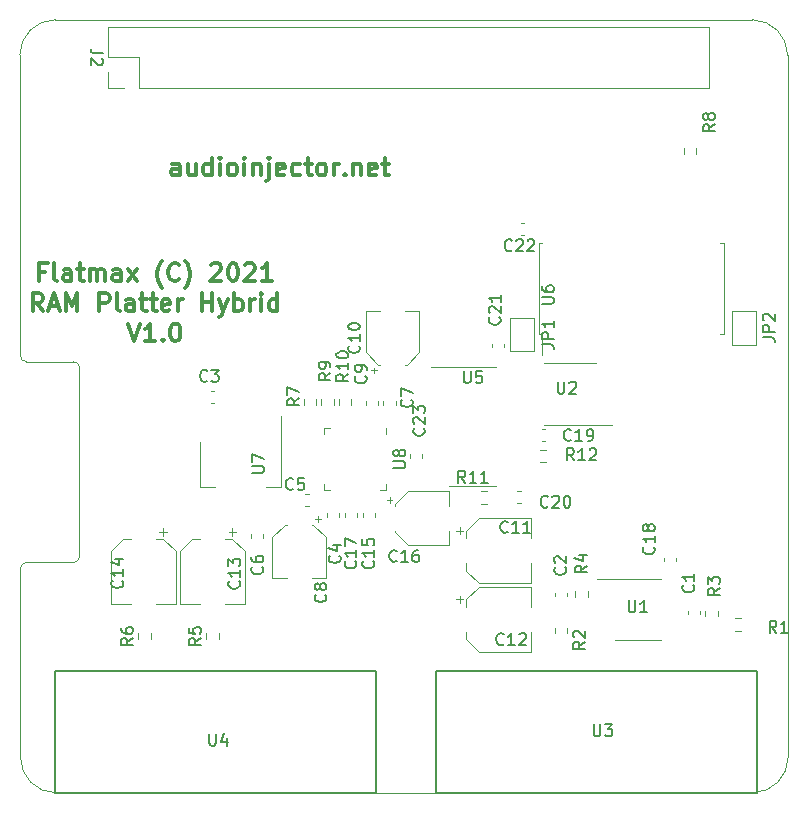
<source format=gto>
G04 #@! TF.GenerationSoftware,KiCad,Pcbnew,5.1.9+dfsg1-1*
G04 #@! TF.CreationDate,2021-11-16T15:54:50+11:00*
G04 #@! TF.ProjectId,RAMPlatterHybrid,52414d50-6c61-4747-9465-724879627269,rev?*
G04 #@! TF.SameCoordinates,Original*
G04 #@! TF.FileFunction,Legend,Top*
G04 #@! TF.FilePolarity,Positive*
%FSLAX45Y45*%
G04 Gerber Fmt 4.5, Leading zero omitted, Abs format (unit mm)*
G04 Created by KiCad (PCBNEW 5.1.9+dfsg1-1) date 2021-11-16 15:54:50*
%MOMM*%
%LPD*%
G01*
G04 APERTURE LIST*
%ADD10C,0.300000*%
G04 #@! TA.AperFunction,Profile*
%ADD11C,0.100000*%
G04 #@! TD*
%ADD12C,0.150000*%
%ADD13C,0.120000*%
G04 APERTURE END LIST*
D10*
X21347143Y-9772857D02*
X21347143Y-9694286D01*
X21340000Y-9680000D01*
X21325714Y-9672857D01*
X21297143Y-9672857D01*
X21282857Y-9680000D01*
X21347143Y-9765714D02*
X21332857Y-9772857D01*
X21297143Y-9772857D01*
X21282857Y-9765714D01*
X21275714Y-9751429D01*
X21275714Y-9737143D01*
X21282857Y-9722857D01*
X21297143Y-9715714D01*
X21332857Y-9715714D01*
X21347143Y-9708571D01*
X21482857Y-9672857D02*
X21482857Y-9772857D01*
X21418571Y-9672857D02*
X21418571Y-9751429D01*
X21425714Y-9765714D01*
X21440000Y-9772857D01*
X21461429Y-9772857D01*
X21475714Y-9765714D01*
X21482857Y-9758571D01*
X21618571Y-9772857D02*
X21618571Y-9622857D01*
X21618571Y-9765714D02*
X21604286Y-9772857D01*
X21575714Y-9772857D01*
X21561429Y-9765714D01*
X21554286Y-9758571D01*
X21547143Y-9744286D01*
X21547143Y-9701429D01*
X21554286Y-9687143D01*
X21561429Y-9680000D01*
X21575714Y-9672857D01*
X21604286Y-9672857D01*
X21618571Y-9680000D01*
X21690000Y-9772857D02*
X21690000Y-9672857D01*
X21690000Y-9622857D02*
X21682857Y-9630000D01*
X21690000Y-9637143D01*
X21697143Y-9630000D01*
X21690000Y-9622857D01*
X21690000Y-9637143D01*
X21782857Y-9772857D02*
X21768571Y-9765714D01*
X21761429Y-9758571D01*
X21754286Y-9744286D01*
X21754286Y-9701429D01*
X21761429Y-9687143D01*
X21768571Y-9680000D01*
X21782857Y-9672857D01*
X21804286Y-9672857D01*
X21818571Y-9680000D01*
X21825714Y-9687143D01*
X21832857Y-9701429D01*
X21832857Y-9744286D01*
X21825714Y-9758571D01*
X21818571Y-9765714D01*
X21804286Y-9772857D01*
X21782857Y-9772857D01*
X21897143Y-9772857D02*
X21897143Y-9672857D01*
X21897143Y-9622857D02*
X21890000Y-9630000D01*
X21897143Y-9637143D01*
X21904286Y-9630000D01*
X21897143Y-9622857D01*
X21897143Y-9637143D01*
X21968571Y-9672857D02*
X21968571Y-9772857D01*
X21968571Y-9687143D02*
X21975714Y-9680000D01*
X21990000Y-9672857D01*
X22011429Y-9672857D01*
X22025714Y-9680000D01*
X22032857Y-9694286D01*
X22032857Y-9772857D01*
X22104286Y-9672857D02*
X22104286Y-9801429D01*
X22097143Y-9815714D01*
X22082857Y-9822857D01*
X22075714Y-9822857D01*
X22104286Y-9622857D02*
X22097143Y-9630000D01*
X22104286Y-9637143D01*
X22111429Y-9630000D01*
X22104286Y-9622857D01*
X22104286Y-9637143D01*
X22232857Y-9765714D02*
X22218571Y-9772857D01*
X22190000Y-9772857D01*
X22175714Y-9765714D01*
X22168571Y-9751429D01*
X22168571Y-9694286D01*
X22175714Y-9680000D01*
X22190000Y-9672857D01*
X22218571Y-9672857D01*
X22232857Y-9680000D01*
X22240000Y-9694286D01*
X22240000Y-9708571D01*
X22168571Y-9722857D01*
X22368571Y-9765714D02*
X22354286Y-9772857D01*
X22325714Y-9772857D01*
X22311429Y-9765714D01*
X22304286Y-9758571D01*
X22297143Y-9744286D01*
X22297143Y-9701429D01*
X22304286Y-9687143D01*
X22311429Y-9680000D01*
X22325714Y-9672857D01*
X22354286Y-9672857D01*
X22368571Y-9680000D01*
X22411428Y-9672857D02*
X22468571Y-9672857D01*
X22432857Y-9622857D02*
X22432857Y-9751429D01*
X22440000Y-9765714D01*
X22454286Y-9772857D01*
X22468571Y-9772857D01*
X22540000Y-9772857D02*
X22525714Y-9765714D01*
X22518571Y-9758571D01*
X22511428Y-9744286D01*
X22511428Y-9701429D01*
X22518571Y-9687143D01*
X22525714Y-9680000D01*
X22540000Y-9672857D01*
X22561428Y-9672857D01*
X22575714Y-9680000D01*
X22582857Y-9687143D01*
X22590000Y-9701429D01*
X22590000Y-9744286D01*
X22582857Y-9758571D01*
X22575714Y-9765714D01*
X22561428Y-9772857D01*
X22540000Y-9772857D01*
X22654286Y-9772857D02*
X22654286Y-9672857D01*
X22654286Y-9701429D02*
X22661428Y-9687143D01*
X22668571Y-9680000D01*
X22682857Y-9672857D01*
X22697143Y-9672857D01*
X22747143Y-9758571D02*
X22754286Y-9765714D01*
X22747143Y-9772857D01*
X22740000Y-9765714D01*
X22747143Y-9758571D01*
X22747143Y-9772857D01*
X22818571Y-9672857D02*
X22818571Y-9772857D01*
X22818571Y-9687143D02*
X22825714Y-9680000D01*
X22840000Y-9672857D01*
X22861428Y-9672857D01*
X22875714Y-9680000D01*
X22882857Y-9694286D01*
X22882857Y-9772857D01*
X23011428Y-9765714D02*
X22997143Y-9772857D01*
X22968571Y-9772857D01*
X22954286Y-9765714D01*
X22947143Y-9751429D01*
X22947143Y-9694286D01*
X22954286Y-9680000D01*
X22968571Y-9672857D01*
X22997143Y-9672857D01*
X23011428Y-9680000D01*
X23018571Y-9694286D01*
X23018571Y-9708571D01*
X22947143Y-9722857D01*
X23061428Y-9672857D02*
X23118571Y-9672857D01*
X23082857Y-9622857D02*
X23082857Y-9751429D01*
X23090000Y-9765714D01*
X23104286Y-9772857D01*
X23118571Y-9772857D01*
X20207857Y-10589286D02*
X20157857Y-10589286D01*
X20157857Y-10667857D02*
X20157857Y-10517857D01*
X20229286Y-10517857D01*
X20307857Y-10667857D02*
X20293571Y-10660714D01*
X20286429Y-10646429D01*
X20286429Y-10517857D01*
X20429286Y-10667857D02*
X20429286Y-10589286D01*
X20422143Y-10575000D01*
X20407857Y-10567857D01*
X20379286Y-10567857D01*
X20365000Y-10575000D01*
X20429286Y-10660714D02*
X20415000Y-10667857D01*
X20379286Y-10667857D01*
X20365000Y-10660714D01*
X20357857Y-10646429D01*
X20357857Y-10632143D01*
X20365000Y-10617857D01*
X20379286Y-10610714D01*
X20415000Y-10610714D01*
X20429286Y-10603571D01*
X20479286Y-10567857D02*
X20536429Y-10567857D01*
X20500714Y-10517857D02*
X20500714Y-10646429D01*
X20507857Y-10660714D01*
X20522143Y-10667857D01*
X20536429Y-10667857D01*
X20586429Y-10667857D02*
X20586429Y-10567857D01*
X20586429Y-10582143D02*
X20593571Y-10575000D01*
X20607857Y-10567857D01*
X20629286Y-10567857D01*
X20643571Y-10575000D01*
X20650714Y-10589286D01*
X20650714Y-10667857D01*
X20650714Y-10589286D02*
X20657857Y-10575000D01*
X20672143Y-10567857D01*
X20693571Y-10567857D01*
X20707857Y-10575000D01*
X20715000Y-10589286D01*
X20715000Y-10667857D01*
X20850714Y-10667857D02*
X20850714Y-10589286D01*
X20843571Y-10575000D01*
X20829286Y-10567857D01*
X20800714Y-10567857D01*
X20786429Y-10575000D01*
X20850714Y-10660714D02*
X20836429Y-10667857D01*
X20800714Y-10667857D01*
X20786429Y-10660714D01*
X20779286Y-10646429D01*
X20779286Y-10632143D01*
X20786429Y-10617857D01*
X20800714Y-10610714D01*
X20836429Y-10610714D01*
X20850714Y-10603571D01*
X20907857Y-10667857D02*
X20986429Y-10567857D01*
X20907857Y-10567857D02*
X20986429Y-10667857D01*
X21200714Y-10725000D02*
X21193571Y-10717857D01*
X21179286Y-10696429D01*
X21172143Y-10682143D01*
X21165000Y-10660714D01*
X21157857Y-10625000D01*
X21157857Y-10596429D01*
X21165000Y-10560714D01*
X21172143Y-10539286D01*
X21179286Y-10525000D01*
X21193571Y-10503571D01*
X21200714Y-10496429D01*
X21343571Y-10653571D02*
X21336429Y-10660714D01*
X21315000Y-10667857D01*
X21300714Y-10667857D01*
X21279286Y-10660714D01*
X21265000Y-10646429D01*
X21257857Y-10632143D01*
X21250714Y-10603571D01*
X21250714Y-10582143D01*
X21257857Y-10553571D01*
X21265000Y-10539286D01*
X21279286Y-10525000D01*
X21300714Y-10517857D01*
X21315000Y-10517857D01*
X21336429Y-10525000D01*
X21343571Y-10532143D01*
X21393571Y-10725000D02*
X21400714Y-10717857D01*
X21415000Y-10696429D01*
X21422143Y-10682143D01*
X21429286Y-10660714D01*
X21436429Y-10625000D01*
X21436429Y-10596429D01*
X21429286Y-10560714D01*
X21422143Y-10539286D01*
X21415000Y-10525000D01*
X21400714Y-10503571D01*
X21393571Y-10496429D01*
X21615000Y-10532143D02*
X21622143Y-10525000D01*
X21636429Y-10517857D01*
X21672143Y-10517857D01*
X21686429Y-10525000D01*
X21693571Y-10532143D01*
X21700714Y-10546429D01*
X21700714Y-10560714D01*
X21693571Y-10582143D01*
X21607857Y-10667857D01*
X21700714Y-10667857D01*
X21793571Y-10517857D02*
X21807857Y-10517857D01*
X21822143Y-10525000D01*
X21829286Y-10532143D01*
X21836429Y-10546429D01*
X21843571Y-10575000D01*
X21843571Y-10610714D01*
X21836429Y-10639286D01*
X21829286Y-10653571D01*
X21822143Y-10660714D01*
X21807857Y-10667857D01*
X21793571Y-10667857D01*
X21779286Y-10660714D01*
X21772143Y-10653571D01*
X21765000Y-10639286D01*
X21757857Y-10610714D01*
X21757857Y-10575000D01*
X21765000Y-10546429D01*
X21772143Y-10532143D01*
X21779286Y-10525000D01*
X21793571Y-10517857D01*
X21900714Y-10532143D02*
X21907857Y-10525000D01*
X21922143Y-10517857D01*
X21957857Y-10517857D01*
X21972143Y-10525000D01*
X21979286Y-10532143D01*
X21986429Y-10546429D01*
X21986429Y-10560714D01*
X21979286Y-10582143D01*
X21893571Y-10667857D01*
X21986429Y-10667857D01*
X22129286Y-10667857D02*
X22043571Y-10667857D01*
X22086429Y-10667857D02*
X22086429Y-10517857D01*
X22072143Y-10539286D01*
X22057857Y-10553571D01*
X22043571Y-10560714D01*
X20190000Y-10922857D02*
X20140000Y-10851429D01*
X20104286Y-10922857D02*
X20104286Y-10772857D01*
X20161429Y-10772857D01*
X20175714Y-10780000D01*
X20182857Y-10787143D01*
X20190000Y-10801429D01*
X20190000Y-10822857D01*
X20182857Y-10837143D01*
X20175714Y-10844286D01*
X20161429Y-10851429D01*
X20104286Y-10851429D01*
X20247143Y-10880000D02*
X20318571Y-10880000D01*
X20232857Y-10922857D02*
X20282857Y-10772857D01*
X20332857Y-10922857D01*
X20382857Y-10922857D02*
X20382857Y-10772857D01*
X20432857Y-10880000D01*
X20482857Y-10772857D01*
X20482857Y-10922857D01*
X20668571Y-10922857D02*
X20668571Y-10772857D01*
X20725714Y-10772857D01*
X20740000Y-10780000D01*
X20747143Y-10787143D01*
X20754286Y-10801429D01*
X20754286Y-10822857D01*
X20747143Y-10837143D01*
X20740000Y-10844286D01*
X20725714Y-10851429D01*
X20668571Y-10851429D01*
X20840000Y-10922857D02*
X20825714Y-10915714D01*
X20818571Y-10901429D01*
X20818571Y-10772857D01*
X20961429Y-10922857D02*
X20961429Y-10844286D01*
X20954286Y-10830000D01*
X20940000Y-10822857D01*
X20911429Y-10822857D01*
X20897143Y-10830000D01*
X20961429Y-10915714D02*
X20947143Y-10922857D01*
X20911429Y-10922857D01*
X20897143Y-10915714D01*
X20890000Y-10901429D01*
X20890000Y-10887143D01*
X20897143Y-10872857D01*
X20911429Y-10865714D01*
X20947143Y-10865714D01*
X20961429Y-10858571D01*
X21011429Y-10822857D02*
X21068571Y-10822857D01*
X21032857Y-10772857D02*
X21032857Y-10901429D01*
X21040000Y-10915714D01*
X21054286Y-10922857D01*
X21068571Y-10922857D01*
X21097143Y-10822857D02*
X21154286Y-10822857D01*
X21118571Y-10772857D02*
X21118571Y-10901429D01*
X21125714Y-10915714D01*
X21140000Y-10922857D01*
X21154286Y-10922857D01*
X21261429Y-10915714D02*
X21247143Y-10922857D01*
X21218571Y-10922857D01*
X21204286Y-10915714D01*
X21197143Y-10901429D01*
X21197143Y-10844286D01*
X21204286Y-10830000D01*
X21218571Y-10822857D01*
X21247143Y-10822857D01*
X21261429Y-10830000D01*
X21268571Y-10844286D01*
X21268571Y-10858571D01*
X21197143Y-10872857D01*
X21332857Y-10922857D02*
X21332857Y-10822857D01*
X21332857Y-10851429D02*
X21340000Y-10837143D01*
X21347143Y-10830000D01*
X21361429Y-10822857D01*
X21375714Y-10822857D01*
X21540000Y-10922857D02*
X21540000Y-10772857D01*
X21540000Y-10844286D02*
X21625714Y-10844286D01*
X21625714Y-10922857D02*
X21625714Y-10772857D01*
X21682857Y-10822857D02*
X21718571Y-10922857D01*
X21754286Y-10822857D02*
X21718571Y-10922857D01*
X21704286Y-10958571D01*
X21697143Y-10965714D01*
X21682857Y-10972857D01*
X21811429Y-10922857D02*
X21811429Y-10772857D01*
X21811429Y-10830000D02*
X21825714Y-10822857D01*
X21854286Y-10822857D01*
X21868571Y-10830000D01*
X21875714Y-10837143D01*
X21882857Y-10851429D01*
X21882857Y-10894286D01*
X21875714Y-10908571D01*
X21868571Y-10915714D01*
X21854286Y-10922857D01*
X21825714Y-10922857D01*
X21811429Y-10915714D01*
X21947143Y-10922857D02*
X21947143Y-10822857D01*
X21947143Y-10851429D02*
X21954286Y-10837143D01*
X21961429Y-10830000D01*
X21975714Y-10822857D01*
X21990000Y-10822857D01*
X22040000Y-10922857D02*
X22040000Y-10822857D01*
X22040000Y-10772857D02*
X22032857Y-10780000D01*
X22040000Y-10787143D01*
X22047143Y-10780000D01*
X22040000Y-10772857D01*
X22040000Y-10787143D01*
X22175714Y-10922857D02*
X22175714Y-10772857D01*
X22175714Y-10915714D02*
X22161429Y-10922857D01*
X22132857Y-10922857D01*
X22118571Y-10915714D01*
X22111429Y-10908571D01*
X22104286Y-10894286D01*
X22104286Y-10851429D01*
X22111429Y-10837143D01*
X22118571Y-10830000D01*
X22132857Y-10822857D01*
X22161429Y-10822857D01*
X22175714Y-10830000D01*
X20911429Y-11027857D02*
X20961429Y-11177857D01*
X21011429Y-11027857D01*
X21140000Y-11177857D02*
X21054286Y-11177857D01*
X21097143Y-11177857D02*
X21097143Y-11027857D01*
X21082857Y-11049286D01*
X21068571Y-11063571D01*
X21054286Y-11070714D01*
X21204286Y-11163571D02*
X21211429Y-11170714D01*
X21204286Y-11177857D01*
X21197143Y-11170714D01*
X21204286Y-11163571D01*
X21204286Y-11177857D01*
X21304286Y-11027857D02*
X21318571Y-11027857D01*
X21332857Y-11035000D01*
X21340000Y-11042143D01*
X21347143Y-11056429D01*
X21354286Y-11085000D01*
X21354286Y-11120714D01*
X21347143Y-11149286D01*
X21340000Y-11163571D01*
X21332857Y-11170714D01*
X21318571Y-11177857D01*
X21304286Y-11177857D01*
X21290000Y-11170714D01*
X21282857Y-11163571D01*
X21275714Y-11149286D01*
X21268571Y-11120714D01*
X21268571Y-11085000D01*
X21275714Y-11056429D01*
X21282857Y-11042143D01*
X21290000Y-11035000D01*
X21304286Y-11027857D01*
D11*
X20000000Y-9700000D02*
X19995000Y-8755000D01*
X26500000Y-9700000D02*
X26495000Y-8755000D01*
X20049913Y-13050000D02*
G75*
G03*
X20000000Y-13100000I87J-50000D01*
G01*
X20450000Y-13050000D02*
G75*
G03*
X20500000Y-13000000I0J50000D01*
G01*
X20000000Y-11300000D02*
G75*
G03*
X20050000Y-11350000I50000J0D01*
G01*
X20500000Y-11400000D02*
G75*
G03*
X20450000Y-11350000I-50000J0D01*
G01*
X20000000Y-9700000D02*
X20000000Y-11300000D01*
X26495000Y-8755000D02*
G75*
G03*
X26195000Y-8455000I-300000J0D01*
G01*
X26200000Y-15000000D02*
G75*
G03*
X26500000Y-14700000I0J300000D01*
G01*
X20000000Y-14700000D02*
G75*
G03*
X20300000Y-15000000I300000J0D01*
G01*
X20295000Y-8455000D02*
G75*
G03*
X19995000Y-8755000I0J-300000D01*
G01*
X26195000Y-8455000D02*
X20295000Y-8455000D01*
X20450000Y-13050000D02*
X20050000Y-13050000D01*
X20500000Y-11400000D02*
X20500000Y-13000000D01*
X20050000Y-11350000D02*
X20450000Y-11350000D01*
X26500000Y-14700000D02*
X26500000Y-9700000D01*
X20300000Y-15000000D02*
X26200000Y-15000000D01*
X20000000Y-13100000D02*
X20000000Y-14700000D01*
D12*
X21650000Y-15000000D02*
X23010000Y-15000000D01*
X23010000Y-15000000D02*
X23010000Y-13970000D01*
X23010000Y-13970000D02*
X20290000Y-13970000D01*
X20290000Y-13970000D02*
X20290000Y-15000000D01*
X20290000Y-15000000D02*
X21650000Y-15000000D01*
D13*
X24418000Y-11113500D02*
X24418000Y-11295000D01*
X24391500Y-11113500D02*
X24418000Y-11113500D01*
X24391500Y-10727500D02*
X24391500Y-11113500D01*
X24391500Y-10341500D02*
X24418000Y-10341500D01*
X24391500Y-10727500D02*
X24391500Y-10341500D01*
X25953500Y-11113500D02*
X25927000Y-11113500D01*
X25953500Y-10727500D02*
X25953500Y-11113500D01*
X25953500Y-10341500D02*
X25927000Y-10341500D01*
X25953500Y-10727500D02*
X25953500Y-10341500D01*
X21572750Y-13698726D02*
X21572750Y-13651274D01*
X21677250Y-13698726D02*
X21677250Y-13651274D01*
X21102250Y-13698726D02*
X21102250Y-13651274D01*
X20997750Y-13698726D02*
X20997750Y-13651274D01*
X22397750Y-11716226D02*
X22397750Y-11668774D01*
X22502250Y-11716226D02*
X22502250Y-11668774D01*
X25722250Y-9591226D02*
X25722250Y-9543774D01*
X25617750Y-9591226D02*
X25617750Y-9543774D01*
X22652250Y-11716226D02*
X22652250Y-11668774D01*
X22547750Y-11716226D02*
X22547750Y-11668774D01*
X22697750Y-11716226D02*
X22697750Y-11668774D01*
X22802250Y-11716226D02*
X22802250Y-11668774D01*
X21521500Y-12408500D02*
X21647500Y-12408500D01*
X22203500Y-12408500D02*
X22077500Y-12408500D01*
X21521500Y-12032500D02*
X21521500Y-12408500D01*
X22203500Y-11807500D02*
X22203500Y-12408500D01*
X23092250Y-12388500D02*
X23092250Y-12436000D01*
X23092250Y-12436000D02*
X23044750Y-12436000D01*
X22570250Y-11961500D02*
X22570250Y-11914000D01*
X22570250Y-11914000D02*
X22617750Y-11914000D01*
X22570250Y-12388500D02*
X22570250Y-12436000D01*
X22570250Y-12436000D02*
X22617750Y-12436000D01*
X23092250Y-11961500D02*
X23092250Y-11914000D01*
X25649000Y-13460942D02*
X25649000Y-13489058D01*
X25751000Y-13460942D02*
X25751000Y-13489058D01*
X24626000Y-13308442D02*
X24626000Y-13336558D01*
X24524000Y-13308442D02*
X24524000Y-13336558D01*
X21639058Y-11599000D02*
X21610942Y-11599000D01*
X21639058Y-11701000D02*
X21610942Y-11701000D01*
X22701000Y-12633442D02*
X22701000Y-12661558D01*
X22599000Y-12633442D02*
X22599000Y-12661558D01*
X22439058Y-12474000D02*
X22410942Y-12474000D01*
X22439058Y-12576000D02*
X22410942Y-12576000D01*
X22051000Y-12810942D02*
X22051000Y-12839058D01*
X21949000Y-12810942D02*
X21949000Y-12839058D01*
X23176000Y-11714058D02*
X23176000Y-11685942D01*
X23074000Y-11714058D02*
X23074000Y-11685942D01*
X22924000Y-11714058D02*
X22924000Y-11685942D01*
X23026000Y-11714058D02*
X23026000Y-11685942D01*
X23001000Y-12633442D02*
X23001000Y-12661558D01*
X22899000Y-12633442D02*
X22899000Y-12661558D01*
X22851000Y-12633442D02*
X22851000Y-12661558D01*
X22749000Y-12633442D02*
X22749000Y-12661558D01*
X25449000Y-13010942D02*
X25449000Y-13039058D01*
X25551000Y-13010942D02*
X25551000Y-13039058D01*
X26098726Y-13522750D02*
X26051274Y-13522750D01*
X26098726Y-13627250D02*
X26051274Y-13627250D01*
X24522750Y-13648726D02*
X24522750Y-13601274D01*
X24627250Y-13648726D02*
X24627250Y-13601274D01*
X25902250Y-13458774D02*
X25902250Y-13506226D01*
X25797750Y-13458774D02*
X25797750Y-13506226D01*
X24697750Y-13293774D02*
X24697750Y-13341226D01*
X24802250Y-13293774D02*
X24802250Y-13341226D01*
D12*
X24875000Y-15000000D02*
X26235000Y-15000000D01*
X26235000Y-15000000D02*
X26235000Y-13970000D01*
X26235000Y-13970000D02*
X23515000Y-13970000D01*
X23515000Y-13970000D02*
X23515000Y-15000000D01*
X23515000Y-15000000D02*
X24875000Y-15000000D01*
D13*
X24413442Y-11924000D02*
X24441558Y-11924000D01*
X24413442Y-12026000D02*
X24441558Y-12026000D01*
X25225000Y-13194000D02*
X24880000Y-13194000D01*
X25225000Y-13194000D02*
X25420000Y-13194000D01*
X25225000Y-13706000D02*
X25030000Y-13706000D01*
X25225000Y-13706000D02*
X25420000Y-13706000D01*
X24650000Y-11886000D02*
X25010000Y-11886000D01*
X24650000Y-11886000D02*
X24430000Y-11886000D01*
X24650000Y-11364000D02*
X24870000Y-11364000D01*
X24650000Y-11364000D02*
X24430000Y-11364000D01*
X24236558Y-12551000D02*
X24208442Y-12551000D01*
X24236558Y-12449000D02*
X24208442Y-12449000D01*
X24091000Y-11229058D02*
X24091000Y-11200942D01*
X23989000Y-11229058D02*
X23989000Y-11200942D01*
X23299000Y-12135942D02*
X23299000Y-12164058D01*
X23401000Y-12135942D02*
X23401000Y-12164058D01*
X23901274Y-12552250D02*
X23948726Y-12552250D01*
X23901274Y-12447750D02*
X23948726Y-12447750D01*
X24401274Y-12097750D02*
X24448726Y-12097750D01*
X24401274Y-12202250D02*
X24448726Y-12202250D01*
X23827500Y-11391500D02*
X23477500Y-11391500D01*
X23827500Y-11391500D02*
X24022500Y-11391500D01*
X23827500Y-12403500D02*
X23632500Y-12403500D01*
X23827500Y-12403500D02*
X24022500Y-12403500D01*
X24345000Y-11260000D02*
X24145000Y-11260000D01*
X24345000Y-10980000D02*
X24345000Y-11260000D01*
X24145000Y-10980000D02*
X24345000Y-10980000D01*
X24145000Y-11260000D02*
X24145000Y-10980000D01*
X26025000Y-11205000D02*
X26025000Y-10925000D01*
X26025000Y-10925000D02*
X26225000Y-10925000D01*
X26225000Y-10925000D02*
X26225000Y-11205000D01*
X26225000Y-11205000D02*
X26025000Y-11205000D01*
X24264058Y-10174000D02*
X24235942Y-10174000D01*
X24264058Y-10276000D02*
X24235942Y-10276000D01*
X22134000Y-13181000D02*
X22254000Y-13181000D01*
X22586000Y-13181000D02*
X22466000Y-13181000D01*
X22586000Y-12835444D02*
X22586000Y-13181000D01*
X22134000Y-12835444D02*
X22134000Y-13181000D01*
X22240444Y-12729000D02*
X22254000Y-12729000D01*
X22479556Y-12729000D02*
X22466000Y-12729000D01*
X22479556Y-12729000D02*
X22586000Y-12835444D01*
X22240444Y-12729000D02*
X22134000Y-12835444D01*
X22516000Y-12655000D02*
X22516000Y-12705000D01*
X22541000Y-12680000D02*
X22491000Y-12680000D01*
X22969000Y-11425000D02*
X23019000Y-11425000D01*
X22994000Y-11450000D02*
X22994000Y-11400000D01*
X23269556Y-11376000D02*
X23376000Y-11269556D01*
X23030444Y-11376000D02*
X22924000Y-11269556D01*
X23030444Y-11376000D02*
X23044000Y-11376000D01*
X23269556Y-11376000D02*
X23256000Y-11376000D01*
X23376000Y-11269556D02*
X23376000Y-10924000D01*
X22924000Y-11269556D02*
X22924000Y-10924000D01*
X22924000Y-10924000D02*
X23044000Y-10924000D01*
X23376000Y-10924000D02*
X23256000Y-10924000D01*
X23626000Y-12901000D02*
X23626000Y-12781000D01*
X23626000Y-12449000D02*
X23626000Y-12569000D01*
X23280444Y-12449000D02*
X23626000Y-12449000D01*
X23280444Y-12901000D02*
X23626000Y-12901000D01*
X23174000Y-12794556D02*
X23174000Y-12781000D01*
X23174000Y-12555444D02*
X23174000Y-12569000D01*
X23174000Y-12555444D02*
X23280444Y-12449000D01*
X23174000Y-12794556D02*
X23280444Y-12901000D01*
X23100000Y-12519000D02*
X23150000Y-12519000D01*
X23125000Y-12494000D02*
X23125000Y-12544000D01*
X25834000Y-9033000D02*
X25834000Y-8513000D01*
X21002000Y-9033000D02*
X25834000Y-9033000D01*
X20742000Y-8513000D02*
X25834000Y-8513000D01*
X21002000Y-9033000D02*
X21002000Y-8773000D01*
X21002000Y-8773000D02*
X20742000Y-8773000D01*
X20742000Y-8773000D02*
X20742000Y-8513000D01*
X20875000Y-9033000D02*
X20742000Y-9033000D01*
X20742000Y-9033000D02*
X20742000Y-8900000D01*
X24326000Y-13226000D02*
X24326000Y-13056000D01*
X24326000Y-12674000D02*
X24326000Y-12844000D01*
X23880444Y-12674000D02*
X24326000Y-12674000D01*
X23880444Y-13226000D02*
X24326000Y-13226000D01*
X23774000Y-13119556D02*
X23774000Y-13056000D01*
X23774000Y-12780444D02*
X23774000Y-12844000D01*
X23774000Y-12780444D02*
X23880444Y-12674000D01*
X23774000Y-13119556D02*
X23880444Y-13226000D01*
X23687500Y-12781500D02*
X23750000Y-12781500D01*
X23718750Y-12750250D02*
X23718750Y-12812750D01*
X23718750Y-13330250D02*
X23718750Y-13392750D01*
X23687500Y-13361500D02*
X23750000Y-13361500D01*
X23774000Y-13699556D02*
X23880444Y-13806000D01*
X23774000Y-13360444D02*
X23880444Y-13254000D01*
X23774000Y-13360444D02*
X23774000Y-13424000D01*
X23774000Y-13699556D02*
X23774000Y-13636000D01*
X23880444Y-13806000D02*
X24326000Y-13806000D01*
X23880444Y-13254000D02*
X24326000Y-13254000D01*
X24326000Y-13254000D02*
X24326000Y-13424000D01*
X24326000Y-13806000D02*
X24326000Y-13636000D01*
X21349000Y-13401000D02*
X21519000Y-13401000D01*
X21901000Y-13401000D02*
X21731000Y-13401000D01*
X21901000Y-12955444D02*
X21901000Y-13401000D01*
X21349000Y-12955444D02*
X21349000Y-13401000D01*
X21455444Y-12849000D02*
X21519000Y-12849000D01*
X21794556Y-12849000D02*
X21731000Y-12849000D01*
X21794556Y-12849000D02*
X21901000Y-12955444D01*
X21455444Y-12849000D02*
X21349000Y-12955444D01*
X21793500Y-12762500D02*
X21793500Y-12825000D01*
X21824750Y-12793750D02*
X21762250Y-12793750D01*
X21239750Y-12793750D02*
X21177250Y-12793750D01*
X21208500Y-12762500D02*
X21208500Y-12825000D01*
X20870444Y-12849000D02*
X20764000Y-12955444D01*
X21209556Y-12849000D02*
X21316000Y-12955444D01*
X21209556Y-12849000D02*
X21146000Y-12849000D01*
X20870444Y-12849000D02*
X20934000Y-12849000D01*
X20764000Y-12955444D02*
X20764000Y-13401000D01*
X21316000Y-12955444D02*
X21316000Y-13401000D01*
X21316000Y-13401000D02*
X21146000Y-13401000D01*
X20764000Y-13401000D02*
X20934000Y-13401000D01*
D12*
X21598810Y-14500238D02*
X21598810Y-14581190D01*
X21603571Y-14590714D01*
X21608333Y-14595476D01*
X21617857Y-14600238D01*
X21636905Y-14600238D01*
X21646429Y-14595476D01*
X21651190Y-14590714D01*
X21655952Y-14581190D01*
X21655952Y-14500238D01*
X21746429Y-14533571D02*
X21746429Y-14600238D01*
X21722619Y-14495476D02*
X21698810Y-14566905D01*
X21760714Y-14566905D01*
X24415238Y-10861190D02*
X24496190Y-10861190D01*
X24505714Y-10856429D01*
X24510476Y-10851667D01*
X24515238Y-10842143D01*
X24515238Y-10823095D01*
X24510476Y-10813571D01*
X24505714Y-10808810D01*
X24496190Y-10804048D01*
X24415238Y-10804048D01*
X24415238Y-10713571D02*
X24415238Y-10732619D01*
X24420000Y-10742143D01*
X24424762Y-10746905D01*
X24439048Y-10756429D01*
X24458095Y-10761190D01*
X24496190Y-10761190D01*
X24505714Y-10756429D01*
X24510476Y-10751667D01*
X24515238Y-10742143D01*
X24515238Y-10723095D01*
X24510476Y-10713571D01*
X24505714Y-10708810D01*
X24496190Y-10704048D01*
X24472381Y-10704048D01*
X24462857Y-10708810D01*
X24458095Y-10713571D01*
X24453333Y-10723095D01*
X24453333Y-10742143D01*
X24458095Y-10751667D01*
X24462857Y-10756429D01*
X24472381Y-10761190D01*
X21527238Y-13691667D02*
X21479619Y-13725000D01*
X21527238Y-13748809D02*
X21427238Y-13748809D01*
X21427238Y-13710714D01*
X21432000Y-13701190D01*
X21436762Y-13696428D01*
X21446286Y-13691667D01*
X21460571Y-13691667D01*
X21470095Y-13696428D01*
X21474857Y-13701190D01*
X21479619Y-13710714D01*
X21479619Y-13748809D01*
X21427238Y-13601190D02*
X21427238Y-13648809D01*
X21474857Y-13653571D01*
X21470095Y-13648809D01*
X21465333Y-13639286D01*
X21465333Y-13615476D01*
X21470095Y-13605952D01*
X21474857Y-13601190D01*
X21484381Y-13596428D01*
X21508190Y-13596428D01*
X21517714Y-13601190D01*
X21522476Y-13605952D01*
X21527238Y-13615476D01*
X21527238Y-13639286D01*
X21522476Y-13648809D01*
X21517714Y-13653571D01*
X20952238Y-13691667D02*
X20904619Y-13725000D01*
X20952238Y-13748809D02*
X20852238Y-13748809D01*
X20852238Y-13710714D01*
X20857000Y-13701190D01*
X20861762Y-13696428D01*
X20871286Y-13691667D01*
X20885571Y-13691667D01*
X20895095Y-13696428D01*
X20899857Y-13701190D01*
X20904619Y-13710714D01*
X20904619Y-13748809D01*
X20852238Y-13605952D02*
X20852238Y-13625000D01*
X20857000Y-13634524D01*
X20861762Y-13639286D01*
X20876048Y-13648809D01*
X20895095Y-13653571D01*
X20933190Y-13653571D01*
X20942714Y-13648809D01*
X20947476Y-13644048D01*
X20952238Y-13634524D01*
X20952238Y-13615476D01*
X20947476Y-13605952D01*
X20942714Y-13601190D01*
X20933190Y-13596428D01*
X20909381Y-13596428D01*
X20899857Y-13601190D01*
X20895095Y-13605952D01*
X20890333Y-13615476D01*
X20890333Y-13634524D01*
X20895095Y-13644048D01*
X20899857Y-13648809D01*
X20909381Y-13653571D01*
X22360238Y-11661667D02*
X22312619Y-11695000D01*
X22360238Y-11718809D02*
X22260238Y-11718809D01*
X22260238Y-11680714D01*
X22265000Y-11671190D01*
X22269762Y-11666428D01*
X22279286Y-11661667D01*
X22293571Y-11661667D01*
X22303095Y-11666428D01*
X22307857Y-11671190D01*
X22312619Y-11680714D01*
X22312619Y-11718809D01*
X22260238Y-11628333D02*
X22260238Y-11561667D01*
X22360238Y-11604524D01*
X25880238Y-9341667D02*
X25832619Y-9375000D01*
X25880238Y-9398810D02*
X25780238Y-9398810D01*
X25780238Y-9360714D01*
X25785000Y-9351190D01*
X25789762Y-9346429D01*
X25799286Y-9341667D01*
X25813571Y-9341667D01*
X25823095Y-9346429D01*
X25827857Y-9351190D01*
X25832619Y-9360714D01*
X25832619Y-9398810D01*
X25823095Y-9284524D02*
X25818333Y-9294048D01*
X25813571Y-9298810D01*
X25804048Y-9303571D01*
X25799286Y-9303571D01*
X25789762Y-9298810D01*
X25785000Y-9294048D01*
X25780238Y-9284524D01*
X25780238Y-9265476D01*
X25785000Y-9255952D01*
X25789762Y-9251190D01*
X25799286Y-9246429D01*
X25804048Y-9246429D01*
X25813571Y-9251190D01*
X25818333Y-9255952D01*
X25823095Y-9265476D01*
X25823095Y-9284524D01*
X25827857Y-9294048D01*
X25832619Y-9298810D01*
X25842143Y-9303571D01*
X25861190Y-9303571D01*
X25870714Y-9298810D01*
X25875476Y-9294048D01*
X25880238Y-9284524D01*
X25880238Y-9265476D01*
X25875476Y-9255952D01*
X25870714Y-9251190D01*
X25861190Y-9246429D01*
X25842143Y-9246429D01*
X25832619Y-9251190D01*
X25827857Y-9255952D01*
X25823095Y-9265476D01*
X22625238Y-11446667D02*
X22577619Y-11480000D01*
X22625238Y-11503809D02*
X22525238Y-11503809D01*
X22525238Y-11465714D01*
X22530000Y-11456190D01*
X22534762Y-11451428D01*
X22544286Y-11446667D01*
X22558571Y-11446667D01*
X22568095Y-11451428D01*
X22572857Y-11456190D01*
X22577619Y-11465714D01*
X22577619Y-11503809D01*
X22625238Y-11399048D02*
X22625238Y-11380000D01*
X22620476Y-11370476D01*
X22615714Y-11365714D01*
X22601428Y-11356190D01*
X22582381Y-11351428D01*
X22544286Y-11351428D01*
X22534762Y-11356190D01*
X22530000Y-11360952D01*
X22525238Y-11370476D01*
X22525238Y-11389524D01*
X22530000Y-11399048D01*
X22534762Y-11403809D01*
X22544286Y-11408571D01*
X22568095Y-11408571D01*
X22577619Y-11403809D01*
X22582381Y-11399048D01*
X22587143Y-11389524D01*
X22587143Y-11370476D01*
X22582381Y-11360952D01*
X22577619Y-11356190D01*
X22568095Y-11351428D01*
X22775238Y-11454286D02*
X22727619Y-11487619D01*
X22775238Y-11511428D02*
X22675238Y-11511428D01*
X22675238Y-11473333D01*
X22680000Y-11463809D01*
X22684762Y-11459048D01*
X22694286Y-11454286D01*
X22708571Y-11454286D01*
X22718095Y-11459048D01*
X22722857Y-11463809D01*
X22727619Y-11473333D01*
X22727619Y-11511428D01*
X22775238Y-11359048D02*
X22775238Y-11416190D01*
X22775238Y-11387619D02*
X22675238Y-11387619D01*
X22689524Y-11397143D01*
X22699048Y-11406667D01*
X22703809Y-11416190D01*
X22675238Y-11297143D02*
X22675238Y-11287619D01*
X22680000Y-11278095D01*
X22684762Y-11273333D01*
X22694286Y-11268571D01*
X22713333Y-11263809D01*
X22737143Y-11263809D01*
X22756190Y-11268571D01*
X22765714Y-11273333D01*
X22770476Y-11278095D01*
X22775238Y-11287619D01*
X22775238Y-11297143D01*
X22770476Y-11306667D01*
X22765714Y-11311428D01*
X22756190Y-11316190D01*
X22737143Y-11320952D01*
X22713333Y-11320952D01*
X22694286Y-11316190D01*
X22684762Y-11311428D01*
X22680000Y-11306667D01*
X22675238Y-11297143D01*
X21960238Y-12291190D02*
X22041190Y-12291190D01*
X22050714Y-12286428D01*
X22055476Y-12281667D01*
X22060238Y-12272143D01*
X22060238Y-12253095D01*
X22055476Y-12243571D01*
X22050714Y-12238809D01*
X22041190Y-12234048D01*
X21960238Y-12234048D01*
X21960238Y-12195952D02*
X21960238Y-12129286D01*
X22060238Y-12172143D01*
X23158488Y-12251190D02*
X23239440Y-12251190D01*
X23248964Y-12246428D01*
X23253726Y-12241667D01*
X23258488Y-12232143D01*
X23258488Y-12213095D01*
X23253726Y-12203571D01*
X23248964Y-12198809D01*
X23239440Y-12194048D01*
X23158488Y-12194048D01*
X23201345Y-12132143D02*
X23196583Y-12141667D01*
X23191821Y-12146428D01*
X23182298Y-12151190D01*
X23177536Y-12151190D01*
X23168012Y-12146428D01*
X23163250Y-12141667D01*
X23158488Y-12132143D01*
X23158488Y-12113095D01*
X23163250Y-12103571D01*
X23168012Y-12098809D01*
X23177536Y-12094048D01*
X23182298Y-12094048D01*
X23191821Y-12098809D01*
X23196583Y-12103571D01*
X23201345Y-12113095D01*
X23201345Y-12132143D01*
X23206107Y-12141667D01*
X23210869Y-12146428D01*
X23220393Y-12151190D01*
X23239440Y-12151190D01*
X23248964Y-12146428D01*
X23253726Y-12141667D01*
X23258488Y-12132143D01*
X23258488Y-12113095D01*
X23253726Y-12103571D01*
X23248964Y-12098809D01*
X23239440Y-12094048D01*
X23220393Y-12094048D01*
X23210869Y-12098809D01*
X23206107Y-12103571D01*
X23201345Y-12113095D01*
X25695714Y-13241667D02*
X25700476Y-13246428D01*
X25705238Y-13260714D01*
X25705238Y-13270238D01*
X25700476Y-13284524D01*
X25690952Y-13294048D01*
X25681428Y-13298809D01*
X25662381Y-13303571D01*
X25648095Y-13303571D01*
X25629048Y-13298809D01*
X25619524Y-13294048D01*
X25610000Y-13284524D01*
X25605238Y-13270238D01*
X25605238Y-13260714D01*
X25610000Y-13246428D01*
X25614762Y-13241667D01*
X25705238Y-13146428D02*
X25705238Y-13203571D01*
X25705238Y-13175000D02*
X25605238Y-13175000D01*
X25619524Y-13184524D01*
X25629048Y-13194048D01*
X25633809Y-13203571D01*
X24610714Y-13091667D02*
X24615476Y-13096428D01*
X24620238Y-13110714D01*
X24620238Y-13120238D01*
X24615476Y-13134524D01*
X24605952Y-13144048D01*
X24596428Y-13148809D01*
X24577381Y-13153571D01*
X24563095Y-13153571D01*
X24544048Y-13148809D01*
X24534524Y-13144048D01*
X24525000Y-13134524D01*
X24520238Y-13120238D01*
X24520238Y-13110714D01*
X24525000Y-13096428D01*
X24529762Y-13091667D01*
X24529762Y-13053571D02*
X24525000Y-13048809D01*
X24520238Y-13039286D01*
X24520238Y-13015476D01*
X24525000Y-13005952D01*
X24529762Y-13001190D01*
X24539286Y-12996428D01*
X24548809Y-12996428D01*
X24563095Y-13001190D01*
X24620238Y-13058333D01*
X24620238Y-12996428D01*
X21583333Y-11510714D02*
X21578571Y-11515476D01*
X21564286Y-11520238D01*
X21554762Y-11520238D01*
X21540476Y-11515476D01*
X21530952Y-11505952D01*
X21526190Y-11496428D01*
X21521429Y-11477381D01*
X21521429Y-11463095D01*
X21526190Y-11444048D01*
X21530952Y-11434524D01*
X21540476Y-11425000D01*
X21554762Y-11420238D01*
X21564286Y-11420238D01*
X21578571Y-11425000D01*
X21583333Y-11429762D01*
X21616667Y-11420238D02*
X21678571Y-11420238D01*
X21645238Y-11458333D01*
X21659524Y-11458333D01*
X21669048Y-11463095D01*
X21673810Y-11467857D01*
X21678571Y-11477381D01*
X21678571Y-11501190D01*
X21673810Y-11510714D01*
X21669048Y-11515476D01*
X21659524Y-11520238D01*
X21630952Y-11520238D01*
X21621429Y-11515476D01*
X21616667Y-11510714D01*
X22700714Y-12991667D02*
X22705476Y-12996428D01*
X22710238Y-13010714D01*
X22710238Y-13020238D01*
X22705476Y-13034524D01*
X22695952Y-13044048D01*
X22686428Y-13048809D01*
X22667381Y-13053571D01*
X22653095Y-13053571D01*
X22634048Y-13048809D01*
X22624524Y-13044048D01*
X22615000Y-13034524D01*
X22610238Y-13020238D01*
X22610238Y-13010714D01*
X22615000Y-12996428D01*
X22619762Y-12991667D01*
X22643571Y-12905952D02*
X22710238Y-12905952D01*
X22605476Y-12929762D02*
X22676905Y-12953571D01*
X22676905Y-12891667D01*
X22308333Y-12425714D02*
X22303571Y-12430476D01*
X22289286Y-12435238D01*
X22279762Y-12435238D01*
X22265476Y-12430476D01*
X22255952Y-12420952D01*
X22251190Y-12411428D01*
X22246429Y-12392381D01*
X22246429Y-12378095D01*
X22251190Y-12359048D01*
X22255952Y-12349524D01*
X22265476Y-12340000D01*
X22279762Y-12335238D01*
X22289286Y-12335238D01*
X22303571Y-12340000D01*
X22308333Y-12344762D01*
X22398809Y-12335238D02*
X22351190Y-12335238D01*
X22346429Y-12382857D01*
X22351190Y-12378095D01*
X22360714Y-12373333D01*
X22384524Y-12373333D01*
X22394048Y-12378095D01*
X22398809Y-12382857D01*
X22403571Y-12392381D01*
X22403571Y-12416190D01*
X22398809Y-12425714D01*
X22394048Y-12430476D01*
X22384524Y-12435238D01*
X22360714Y-12435238D01*
X22351190Y-12430476D01*
X22346429Y-12425714D01*
X22045714Y-13086667D02*
X22050476Y-13091428D01*
X22055238Y-13105714D01*
X22055238Y-13115238D01*
X22050476Y-13129524D01*
X22040952Y-13139048D01*
X22031429Y-13143809D01*
X22012381Y-13148571D01*
X21998095Y-13148571D01*
X21979048Y-13143809D01*
X21969524Y-13139048D01*
X21960000Y-13129524D01*
X21955238Y-13115238D01*
X21955238Y-13105714D01*
X21960000Y-13091428D01*
X21964762Y-13086667D01*
X21955238Y-13000952D02*
X21955238Y-13020000D01*
X21960000Y-13029524D01*
X21964762Y-13034286D01*
X21979048Y-13043809D01*
X21998095Y-13048571D01*
X22036190Y-13048571D01*
X22045714Y-13043809D01*
X22050476Y-13039048D01*
X22055238Y-13029524D01*
X22055238Y-13010476D01*
X22050476Y-13000952D01*
X22045714Y-12996190D01*
X22036190Y-12991428D01*
X22012381Y-12991428D01*
X22002857Y-12996190D01*
X21998095Y-13000952D01*
X21993333Y-13010476D01*
X21993333Y-13029524D01*
X21998095Y-13039048D01*
X22002857Y-13043809D01*
X22012381Y-13048571D01*
X23310714Y-11671667D02*
X23315476Y-11676428D01*
X23320238Y-11690714D01*
X23320238Y-11700238D01*
X23315476Y-11714524D01*
X23305952Y-11724048D01*
X23296428Y-11728809D01*
X23277381Y-11733571D01*
X23263095Y-11733571D01*
X23244048Y-11728809D01*
X23234524Y-11724048D01*
X23225000Y-11714524D01*
X23220238Y-11700238D01*
X23220238Y-11690714D01*
X23225000Y-11676428D01*
X23229762Y-11671667D01*
X23220238Y-11638333D02*
X23220238Y-11571667D01*
X23320238Y-11614524D01*
X22920714Y-11471667D02*
X22925476Y-11476428D01*
X22930238Y-11490714D01*
X22930238Y-11500238D01*
X22925476Y-11514524D01*
X22915952Y-11524048D01*
X22906428Y-11528809D01*
X22887381Y-11533571D01*
X22873095Y-11533571D01*
X22854048Y-11528809D01*
X22844524Y-11524048D01*
X22835000Y-11514524D01*
X22830238Y-11500238D01*
X22830238Y-11490714D01*
X22835000Y-11476428D01*
X22839762Y-11471667D01*
X22930238Y-11424048D02*
X22930238Y-11405000D01*
X22925476Y-11395476D01*
X22920714Y-11390714D01*
X22906428Y-11381190D01*
X22887381Y-11376428D01*
X22849286Y-11376428D01*
X22839762Y-11381190D01*
X22835000Y-11385952D01*
X22830238Y-11395476D01*
X22830238Y-11414524D01*
X22835000Y-11424048D01*
X22839762Y-11428809D01*
X22849286Y-11433571D01*
X22873095Y-11433571D01*
X22882619Y-11428809D01*
X22887381Y-11424048D01*
X22892143Y-11414524D01*
X22892143Y-11395476D01*
X22887381Y-11385952D01*
X22882619Y-11381190D01*
X22873095Y-11376428D01*
X22985714Y-13039286D02*
X22990476Y-13044048D01*
X22995238Y-13058333D01*
X22995238Y-13067857D01*
X22990476Y-13082143D01*
X22980952Y-13091667D01*
X22971428Y-13096428D01*
X22952381Y-13101190D01*
X22938095Y-13101190D01*
X22919048Y-13096428D01*
X22909524Y-13091667D01*
X22900000Y-13082143D01*
X22895238Y-13067857D01*
X22895238Y-13058333D01*
X22900000Y-13044048D01*
X22904762Y-13039286D01*
X22995238Y-12944048D02*
X22995238Y-13001190D01*
X22995238Y-12972619D02*
X22895238Y-12972619D01*
X22909524Y-12982143D01*
X22919048Y-12991667D01*
X22923809Y-13001190D01*
X22895238Y-12853571D02*
X22895238Y-12901190D01*
X22942857Y-12905952D01*
X22938095Y-12901190D01*
X22933333Y-12891667D01*
X22933333Y-12867857D01*
X22938095Y-12858333D01*
X22942857Y-12853571D01*
X22952381Y-12848809D01*
X22976190Y-12848809D01*
X22985714Y-12853571D01*
X22990476Y-12858333D01*
X22995238Y-12867857D01*
X22995238Y-12891667D01*
X22990476Y-12901190D01*
X22985714Y-12905952D01*
X22835714Y-13039286D02*
X22840476Y-13044048D01*
X22845238Y-13058333D01*
X22845238Y-13067857D01*
X22840476Y-13082143D01*
X22830952Y-13091667D01*
X22821428Y-13096428D01*
X22802381Y-13101190D01*
X22788095Y-13101190D01*
X22769048Y-13096428D01*
X22759524Y-13091667D01*
X22750000Y-13082143D01*
X22745238Y-13067857D01*
X22745238Y-13058333D01*
X22750000Y-13044048D01*
X22754762Y-13039286D01*
X22845238Y-12944048D02*
X22845238Y-13001190D01*
X22845238Y-12972619D02*
X22745238Y-12972619D01*
X22759524Y-12982143D01*
X22769048Y-12991667D01*
X22773809Y-13001190D01*
X22745238Y-12910714D02*
X22745238Y-12844048D01*
X22845238Y-12886905D01*
X25360714Y-12919286D02*
X25365476Y-12924048D01*
X25370238Y-12938333D01*
X25370238Y-12947857D01*
X25365476Y-12962143D01*
X25355952Y-12971667D01*
X25346428Y-12976428D01*
X25327381Y-12981190D01*
X25313095Y-12981190D01*
X25294048Y-12976428D01*
X25284524Y-12971667D01*
X25275000Y-12962143D01*
X25270238Y-12947857D01*
X25270238Y-12938333D01*
X25275000Y-12924048D01*
X25279762Y-12919286D01*
X25370238Y-12824048D02*
X25370238Y-12881190D01*
X25370238Y-12852619D02*
X25270238Y-12852619D01*
X25284524Y-12862143D01*
X25294048Y-12871667D01*
X25298809Y-12881190D01*
X25313095Y-12766905D02*
X25308333Y-12776428D01*
X25303571Y-12781190D01*
X25294048Y-12785952D01*
X25289286Y-12785952D01*
X25279762Y-12781190D01*
X25275000Y-12776428D01*
X25270238Y-12766905D01*
X25270238Y-12747857D01*
X25275000Y-12738333D01*
X25279762Y-12733571D01*
X25289286Y-12728809D01*
X25294048Y-12728809D01*
X25303571Y-12733571D01*
X25308333Y-12738333D01*
X25313095Y-12747857D01*
X25313095Y-12766905D01*
X25317857Y-12776428D01*
X25322619Y-12781190D01*
X25332143Y-12785952D01*
X25351190Y-12785952D01*
X25360714Y-12781190D01*
X25365476Y-12776428D01*
X25370238Y-12766905D01*
X25370238Y-12747857D01*
X25365476Y-12738333D01*
X25360714Y-12733571D01*
X25351190Y-12728809D01*
X25332143Y-12728809D01*
X25322619Y-12733571D01*
X25317857Y-12738333D01*
X25313095Y-12747857D01*
X26400833Y-13645238D02*
X26367500Y-13597619D01*
X26343690Y-13645238D02*
X26343690Y-13545238D01*
X26381786Y-13545238D01*
X26391309Y-13550000D01*
X26396071Y-13554762D01*
X26400833Y-13564286D01*
X26400833Y-13578571D01*
X26396071Y-13588095D01*
X26391309Y-13592857D01*
X26381786Y-13597619D01*
X26343690Y-13597619D01*
X26496071Y-13645238D02*
X26438928Y-13645238D01*
X26467500Y-13645238D02*
X26467500Y-13545238D01*
X26457976Y-13559524D01*
X26448452Y-13569048D01*
X26438928Y-13573809D01*
X24780238Y-13721667D02*
X24732619Y-13755000D01*
X24780238Y-13778809D02*
X24680238Y-13778809D01*
X24680238Y-13740714D01*
X24685000Y-13731190D01*
X24689762Y-13726428D01*
X24699286Y-13721667D01*
X24713571Y-13721667D01*
X24723095Y-13726428D01*
X24727857Y-13731190D01*
X24732619Y-13740714D01*
X24732619Y-13778809D01*
X24689762Y-13683571D02*
X24685000Y-13678809D01*
X24680238Y-13669286D01*
X24680238Y-13645476D01*
X24685000Y-13635952D01*
X24689762Y-13631190D01*
X24699286Y-13626428D01*
X24708809Y-13626428D01*
X24723095Y-13631190D01*
X24780238Y-13688333D01*
X24780238Y-13626428D01*
X25920238Y-13266667D02*
X25872619Y-13300000D01*
X25920238Y-13323809D02*
X25820238Y-13323809D01*
X25820238Y-13285714D01*
X25825000Y-13276190D01*
X25829762Y-13271428D01*
X25839286Y-13266667D01*
X25853571Y-13266667D01*
X25863095Y-13271428D01*
X25867857Y-13276190D01*
X25872619Y-13285714D01*
X25872619Y-13323809D01*
X25820238Y-13233333D02*
X25820238Y-13171428D01*
X25858333Y-13204762D01*
X25858333Y-13190476D01*
X25863095Y-13180952D01*
X25867857Y-13176190D01*
X25877381Y-13171428D01*
X25901190Y-13171428D01*
X25910714Y-13176190D01*
X25915476Y-13180952D01*
X25920238Y-13190476D01*
X25920238Y-13219048D01*
X25915476Y-13228571D01*
X25910714Y-13233333D01*
X24795238Y-13076667D02*
X24747619Y-13110000D01*
X24795238Y-13133809D02*
X24695238Y-13133809D01*
X24695238Y-13095714D01*
X24700000Y-13086190D01*
X24704762Y-13081428D01*
X24714286Y-13076667D01*
X24728571Y-13076667D01*
X24738095Y-13081428D01*
X24742857Y-13086190D01*
X24747619Y-13095714D01*
X24747619Y-13133809D01*
X24728571Y-12990952D02*
X24795238Y-12990952D01*
X24690476Y-13014762D02*
X24761905Y-13038571D01*
X24761905Y-12976667D01*
X24853809Y-14420238D02*
X24853809Y-14501190D01*
X24858571Y-14510714D01*
X24863333Y-14515476D01*
X24872857Y-14520238D01*
X24891905Y-14520238D01*
X24901428Y-14515476D01*
X24906190Y-14510714D01*
X24910952Y-14501190D01*
X24910952Y-14420238D01*
X24949048Y-14420238D02*
X25010952Y-14420238D01*
X24977619Y-14458333D01*
X24991905Y-14458333D01*
X25001428Y-14463095D01*
X25006190Y-14467857D01*
X25010952Y-14477381D01*
X25010952Y-14501190D01*
X25006190Y-14510714D01*
X25001428Y-14515476D01*
X24991905Y-14520238D01*
X24963333Y-14520238D01*
X24953809Y-14515476D01*
X24949048Y-14510714D01*
X24660714Y-12010714D02*
X24655952Y-12015476D01*
X24641667Y-12020238D01*
X24632143Y-12020238D01*
X24617857Y-12015476D01*
X24608333Y-12005952D01*
X24603571Y-11996428D01*
X24598809Y-11977381D01*
X24598809Y-11963095D01*
X24603571Y-11944048D01*
X24608333Y-11934524D01*
X24617857Y-11925000D01*
X24632143Y-11920238D01*
X24641667Y-11920238D01*
X24655952Y-11925000D01*
X24660714Y-11929762D01*
X24755952Y-12020238D02*
X24698809Y-12020238D01*
X24727381Y-12020238D02*
X24727381Y-11920238D01*
X24717857Y-11934524D01*
X24708333Y-11944048D01*
X24698809Y-11948809D01*
X24803571Y-12020238D02*
X24822619Y-12020238D01*
X24832143Y-12015476D01*
X24836905Y-12010714D01*
X24846428Y-11996428D01*
X24851190Y-11977381D01*
X24851190Y-11939286D01*
X24846428Y-11929762D01*
X24841667Y-11925000D01*
X24832143Y-11920238D01*
X24813095Y-11920238D01*
X24803571Y-11925000D01*
X24798809Y-11929762D01*
X24794048Y-11939286D01*
X24794048Y-11963095D01*
X24798809Y-11972619D01*
X24803571Y-11977381D01*
X24813095Y-11982143D01*
X24832143Y-11982143D01*
X24841667Y-11977381D01*
X24846428Y-11972619D01*
X24851190Y-11963095D01*
X25148809Y-13370238D02*
X25148809Y-13451190D01*
X25153571Y-13460714D01*
X25158333Y-13465476D01*
X25167857Y-13470238D01*
X25186905Y-13470238D01*
X25196428Y-13465476D01*
X25201190Y-13460714D01*
X25205952Y-13451190D01*
X25205952Y-13370238D01*
X25305952Y-13470238D02*
X25248809Y-13470238D01*
X25277381Y-13470238D02*
X25277381Y-13370238D01*
X25267857Y-13384524D01*
X25258333Y-13394048D01*
X25248809Y-13398809D01*
X24548809Y-11520238D02*
X24548809Y-11601190D01*
X24553571Y-11610714D01*
X24558333Y-11615476D01*
X24567857Y-11620238D01*
X24586905Y-11620238D01*
X24596428Y-11615476D01*
X24601190Y-11610714D01*
X24605952Y-11601190D01*
X24605952Y-11520238D01*
X24648809Y-11529762D02*
X24653571Y-11525000D01*
X24663095Y-11520238D01*
X24686905Y-11520238D01*
X24696428Y-11525000D01*
X24701190Y-11529762D01*
X24705952Y-11539286D01*
X24705952Y-11548809D01*
X24701190Y-11563095D01*
X24644048Y-11620238D01*
X24705952Y-11620238D01*
X24465714Y-12575714D02*
X24460952Y-12580476D01*
X24446667Y-12585238D01*
X24437143Y-12585238D01*
X24422857Y-12580476D01*
X24413333Y-12570952D01*
X24408571Y-12561428D01*
X24403809Y-12542381D01*
X24403809Y-12528095D01*
X24408571Y-12509048D01*
X24413333Y-12499524D01*
X24422857Y-12490000D01*
X24437143Y-12485238D01*
X24446667Y-12485238D01*
X24460952Y-12490000D01*
X24465714Y-12494762D01*
X24503809Y-12494762D02*
X24508571Y-12490000D01*
X24518095Y-12485238D01*
X24541905Y-12485238D01*
X24551428Y-12490000D01*
X24556190Y-12494762D01*
X24560952Y-12504286D01*
X24560952Y-12513809D01*
X24556190Y-12528095D01*
X24499048Y-12585238D01*
X24560952Y-12585238D01*
X24622857Y-12485238D02*
X24632381Y-12485238D01*
X24641905Y-12490000D01*
X24646667Y-12494762D01*
X24651428Y-12504286D01*
X24656190Y-12523333D01*
X24656190Y-12547143D01*
X24651428Y-12566190D01*
X24646667Y-12575714D01*
X24641905Y-12580476D01*
X24632381Y-12585238D01*
X24622857Y-12585238D01*
X24613333Y-12580476D01*
X24608571Y-12575714D01*
X24603809Y-12566190D01*
X24599048Y-12547143D01*
X24599048Y-12523333D01*
X24603809Y-12504286D01*
X24608571Y-12494762D01*
X24613333Y-12490000D01*
X24622857Y-12485238D01*
X24055714Y-10974286D02*
X24060476Y-10979048D01*
X24065238Y-10993333D01*
X24065238Y-11002857D01*
X24060476Y-11017143D01*
X24050952Y-11026667D01*
X24041428Y-11031429D01*
X24022381Y-11036190D01*
X24008095Y-11036190D01*
X23989048Y-11031429D01*
X23979524Y-11026667D01*
X23970000Y-11017143D01*
X23965238Y-11002857D01*
X23965238Y-10993333D01*
X23970000Y-10979048D01*
X23974762Y-10974286D01*
X23974762Y-10936190D02*
X23970000Y-10931429D01*
X23965238Y-10921905D01*
X23965238Y-10898095D01*
X23970000Y-10888571D01*
X23974762Y-10883810D01*
X23984286Y-10879048D01*
X23993809Y-10879048D01*
X24008095Y-10883810D01*
X24065238Y-10940952D01*
X24065238Y-10879048D01*
X24065238Y-10783810D02*
X24065238Y-10840952D01*
X24065238Y-10812381D02*
X23965238Y-10812381D01*
X23979524Y-10821905D01*
X23989048Y-10831429D01*
X23993809Y-10840952D01*
X23415714Y-11914286D02*
X23420476Y-11919048D01*
X23425238Y-11933333D01*
X23425238Y-11942857D01*
X23420476Y-11957143D01*
X23410952Y-11966667D01*
X23401428Y-11971428D01*
X23382381Y-11976190D01*
X23368095Y-11976190D01*
X23349048Y-11971428D01*
X23339524Y-11966667D01*
X23330000Y-11957143D01*
X23325238Y-11942857D01*
X23325238Y-11933333D01*
X23330000Y-11919048D01*
X23334762Y-11914286D01*
X23334762Y-11876190D02*
X23330000Y-11871428D01*
X23325238Y-11861905D01*
X23325238Y-11838095D01*
X23330000Y-11828571D01*
X23334762Y-11823809D01*
X23344286Y-11819048D01*
X23353809Y-11819048D01*
X23368095Y-11823809D01*
X23425238Y-11880952D01*
X23425238Y-11819048D01*
X23325238Y-11785714D02*
X23325238Y-11723809D01*
X23363333Y-11757143D01*
X23363333Y-11742857D01*
X23368095Y-11733333D01*
X23372857Y-11728571D01*
X23382381Y-11723809D01*
X23406190Y-11723809D01*
X23415714Y-11728571D01*
X23420476Y-11733333D01*
X23425238Y-11742857D01*
X23425238Y-11771428D01*
X23420476Y-11780952D01*
X23415714Y-11785714D01*
X23765714Y-12375238D02*
X23732381Y-12327619D01*
X23708571Y-12375238D02*
X23708571Y-12275238D01*
X23746667Y-12275238D01*
X23756190Y-12280000D01*
X23760952Y-12284762D01*
X23765714Y-12294286D01*
X23765714Y-12308571D01*
X23760952Y-12318095D01*
X23756190Y-12322857D01*
X23746667Y-12327619D01*
X23708571Y-12327619D01*
X23860952Y-12375238D02*
X23803809Y-12375238D01*
X23832381Y-12375238D02*
X23832381Y-12275238D01*
X23822857Y-12289524D01*
X23813333Y-12299048D01*
X23803809Y-12303809D01*
X23956190Y-12375238D02*
X23899048Y-12375238D01*
X23927619Y-12375238D02*
X23927619Y-12275238D01*
X23918095Y-12289524D01*
X23908571Y-12299048D01*
X23899048Y-12303809D01*
X24685714Y-12185238D02*
X24652381Y-12137619D01*
X24628571Y-12185238D02*
X24628571Y-12085238D01*
X24666667Y-12085238D01*
X24676190Y-12090000D01*
X24680952Y-12094762D01*
X24685714Y-12104286D01*
X24685714Y-12118571D01*
X24680952Y-12128095D01*
X24676190Y-12132857D01*
X24666667Y-12137619D01*
X24628571Y-12137619D01*
X24780952Y-12185238D02*
X24723809Y-12185238D01*
X24752381Y-12185238D02*
X24752381Y-12085238D01*
X24742857Y-12099524D01*
X24733333Y-12109048D01*
X24723809Y-12113809D01*
X24819048Y-12094762D02*
X24823809Y-12090000D01*
X24833333Y-12085238D01*
X24857143Y-12085238D01*
X24866667Y-12090000D01*
X24871428Y-12094762D01*
X24876190Y-12104286D01*
X24876190Y-12113809D01*
X24871428Y-12128095D01*
X24814286Y-12185238D01*
X24876190Y-12185238D01*
X23753809Y-11430238D02*
X23753809Y-11511190D01*
X23758571Y-11520714D01*
X23763333Y-11525476D01*
X23772857Y-11530238D01*
X23791905Y-11530238D01*
X23801428Y-11525476D01*
X23806190Y-11520714D01*
X23810952Y-11511190D01*
X23810952Y-11430238D01*
X23906190Y-11430238D02*
X23858571Y-11430238D01*
X23853809Y-11477857D01*
X23858571Y-11473095D01*
X23868095Y-11468333D01*
X23891905Y-11468333D01*
X23901428Y-11473095D01*
X23906190Y-11477857D01*
X23910952Y-11487381D01*
X23910952Y-11511190D01*
X23906190Y-11520714D01*
X23901428Y-11525476D01*
X23891905Y-11530238D01*
X23868095Y-11530238D01*
X23858571Y-11525476D01*
X23853809Y-11520714D01*
X24415238Y-11203333D02*
X24486667Y-11203333D01*
X24500952Y-11208095D01*
X24510476Y-11217619D01*
X24515238Y-11231905D01*
X24515238Y-11241428D01*
X24515238Y-11155714D02*
X24415238Y-11155714D01*
X24415238Y-11117619D01*
X24420000Y-11108095D01*
X24424762Y-11103333D01*
X24434286Y-11098571D01*
X24448571Y-11098571D01*
X24458095Y-11103333D01*
X24462857Y-11108095D01*
X24467619Y-11117619D01*
X24467619Y-11155714D01*
X24515238Y-11003333D02*
X24515238Y-11060476D01*
X24515238Y-11031905D02*
X24415238Y-11031905D01*
X24429524Y-11041429D01*
X24439048Y-11050952D01*
X24443809Y-11060476D01*
X26285238Y-11143333D02*
X26356667Y-11143333D01*
X26370952Y-11148095D01*
X26380476Y-11157619D01*
X26385238Y-11171905D01*
X26385238Y-11181429D01*
X26385238Y-11095714D02*
X26285238Y-11095714D01*
X26285238Y-11057619D01*
X26290000Y-11048095D01*
X26294762Y-11043333D01*
X26304286Y-11038571D01*
X26318571Y-11038571D01*
X26328095Y-11043333D01*
X26332857Y-11048095D01*
X26337619Y-11057619D01*
X26337619Y-11095714D01*
X26294762Y-11000476D02*
X26290000Y-10995714D01*
X26285238Y-10986190D01*
X26285238Y-10962381D01*
X26290000Y-10952857D01*
X26294762Y-10948095D01*
X26304286Y-10943333D01*
X26313809Y-10943333D01*
X26328095Y-10948095D01*
X26385238Y-11005238D01*
X26385238Y-10943333D01*
X24160714Y-10405714D02*
X24155952Y-10410476D01*
X24141667Y-10415238D01*
X24132143Y-10415238D01*
X24117857Y-10410476D01*
X24108333Y-10400952D01*
X24103571Y-10391429D01*
X24098809Y-10372381D01*
X24098809Y-10358095D01*
X24103571Y-10339048D01*
X24108333Y-10329524D01*
X24117857Y-10320000D01*
X24132143Y-10315238D01*
X24141667Y-10315238D01*
X24155952Y-10320000D01*
X24160714Y-10324762D01*
X24198809Y-10324762D02*
X24203571Y-10320000D01*
X24213095Y-10315238D01*
X24236905Y-10315238D01*
X24246428Y-10320000D01*
X24251190Y-10324762D01*
X24255952Y-10334286D01*
X24255952Y-10343810D01*
X24251190Y-10358095D01*
X24194048Y-10415238D01*
X24255952Y-10415238D01*
X24294048Y-10324762D02*
X24298809Y-10320000D01*
X24308333Y-10315238D01*
X24332143Y-10315238D01*
X24341667Y-10320000D01*
X24346428Y-10324762D01*
X24351190Y-10334286D01*
X24351190Y-10343810D01*
X24346428Y-10358095D01*
X24289286Y-10415238D01*
X24351190Y-10415238D01*
X22580714Y-13321667D02*
X22585476Y-13326428D01*
X22590238Y-13340714D01*
X22590238Y-13350238D01*
X22585476Y-13364524D01*
X22575952Y-13374048D01*
X22566428Y-13378809D01*
X22547381Y-13383571D01*
X22533095Y-13383571D01*
X22514048Y-13378809D01*
X22504524Y-13374048D01*
X22495000Y-13364524D01*
X22490238Y-13350238D01*
X22490238Y-13340714D01*
X22495000Y-13326428D01*
X22499762Y-13321667D01*
X22533095Y-13264524D02*
X22528333Y-13274048D01*
X22523571Y-13278809D01*
X22514048Y-13283571D01*
X22509286Y-13283571D01*
X22499762Y-13278809D01*
X22495000Y-13274048D01*
X22490238Y-13264524D01*
X22490238Y-13245476D01*
X22495000Y-13235952D01*
X22499762Y-13231190D01*
X22509286Y-13226428D01*
X22514048Y-13226428D01*
X22523571Y-13231190D01*
X22528333Y-13235952D01*
X22533095Y-13245476D01*
X22533095Y-13264524D01*
X22537857Y-13274048D01*
X22542619Y-13278809D01*
X22552143Y-13283571D01*
X22571190Y-13283571D01*
X22580714Y-13278809D01*
X22585476Y-13274048D01*
X22590238Y-13264524D01*
X22590238Y-13245476D01*
X22585476Y-13235952D01*
X22580714Y-13231190D01*
X22571190Y-13226428D01*
X22552143Y-13226428D01*
X22542619Y-13231190D01*
X22537857Y-13235952D01*
X22533095Y-13245476D01*
X22865714Y-11214286D02*
X22870476Y-11219048D01*
X22875238Y-11233333D01*
X22875238Y-11242857D01*
X22870476Y-11257143D01*
X22860952Y-11266667D01*
X22851428Y-11271428D01*
X22832381Y-11276190D01*
X22818095Y-11276190D01*
X22799048Y-11271428D01*
X22789524Y-11266667D01*
X22780000Y-11257143D01*
X22775238Y-11242857D01*
X22775238Y-11233333D01*
X22780000Y-11219048D01*
X22784762Y-11214286D01*
X22875238Y-11119048D02*
X22875238Y-11176190D01*
X22875238Y-11147619D02*
X22775238Y-11147619D01*
X22789524Y-11157143D01*
X22799048Y-11166667D01*
X22803809Y-11176190D01*
X22775238Y-11057143D02*
X22775238Y-11047619D01*
X22780000Y-11038095D01*
X22784762Y-11033333D01*
X22794286Y-11028571D01*
X22813333Y-11023810D01*
X22837143Y-11023810D01*
X22856190Y-11028571D01*
X22865714Y-11033333D01*
X22870476Y-11038095D01*
X22875238Y-11047619D01*
X22875238Y-11057143D01*
X22870476Y-11066667D01*
X22865714Y-11071429D01*
X22856190Y-11076190D01*
X22837143Y-11080952D01*
X22813333Y-11080952D01*
X22794286Y-11076190D01*
X22784762Y-11071429D01*
X22780000Y-11066667D01*
X22775238Y-11057143D01*
X23185714Y-13035714D02*
X23180952Y-13040476D01*
X23166667Y-13045238D01*
X23157143Y-13045238D01*
X23142857Y-13040476D01*
X23133333Y-13030952D01*
X23128571Y-13021428D01*
X23123809Y-13002381D01*
X23123809Y-12988095D01*
X23128571Y-12969048D01*
X23133333Y-12959524D01*
X23142857Y-12950000D01*
X23157143Y-12945238D01*
X23166667Y-12945238D01*
X23180952Y-12950000D01*
X23185714Y-12954762D01*
X23280952Y-13045238D02*
X23223809Y-13045238D01*
X23252381Y-13045238D02*
X23252381Y-12945238D01*
X23242857Y-12959524D01*
X23233333Y-12969048D01*
X23223809Y-12973809D01*
X23366667Y-12945238D02*
X23347619Y-12945238D01*
X23338095Y-12950000D01*
X23333333Y-12954762D01*
X23323809Y-12969048D01*
X23319048Y-12988095D01*
X23319048Y-13026190D01*
X23323809Y-13035714D01*
X23328571Y-13040476D01*
X23338095Y-13045238D01*
X23357143Y-13045238D01*
X23366667Y-13040476D01*
X23371428Y-13035714D01*
X23376190Y-13026190D01*
X23376190Y-13002381D01*
X23371428Y-12992857D01*
X23366667Y-12988095D01*
X23357143Y-12983333D01*
X23338095Y-12983333D01*
X23328571Y-12988095D01*
X23323809Y-12992857D01*
X23319048Y-13002381D01*
X20696762Y-8739667D02*
X20625333Y-8739667D01*
X20611048Y-8734905D01*
X20601524Y-8725381D01*
X20596762Y-8711095D01*
X20596762Y-8701571D01*
X20687238Y-8782524D02*
X20692000Y-8787286D01*
X20696762Y-8796810D01*
X20696762Y-8820619D01*
X20692000Y-8830143D01*
X20687238Y-8834905D01*
X20677714Y-8839667D01*
X20668190Y-8839667D01*
X20653905Y-8834905D01*
X20596762Y-8777762D01*
X20596762Y-8839667D01*
X24125714Y-12790714D02*
X24120952Y-12795476D01*
X24106667Y-12800238D01*
X24097143Y-12800238D01*
X24082857Y-12795476D01*
X24073333Y-12785952D01*
X24068571Y-12776428D01*
X24063809Y-12757381D01*
X24063809Y-12743095D01*
X24068571Y-12724048D01*
X24073333Y-12714524D01*
X24082857Y-12705000D01*
X24097143Y-12700238D01*
X24106667Y-12700238D01*
X24120952Y-12705000D01*
X24125714Y-12709762D01*
X24220952Y-12800238D02*
X24163809Y-12800238D01*
X24192381Y-12800238D02*
X24192381Y-12700238D01*
X24182857Y-12714524D01*
X24173333Y-12724048D01*
X24163809Y-12728809D01*
X24316190Y-12800238D02*
X24259048Y-12800238D01*
X24287619Y-12800238D02*
X24287619Y-12700238D01*
X24278095Y-12714524D01*
X24268571Y-12724048D01*
X24259048Y-12728809D01*
X24090714Y-13740714D02*
X24085952Y-13745476D01*
X24071667Y-13750238D01*
X24062143Y-13750238D01*
X24047857Y-13745476D01*
X24038333Y-13735952D01*
X24033571Y-13726428D01*
X24028809Y-13707381D01*
X24028809Y-13693095D01*
X24033571Y-13674048D01*
X24038333Y-13664524D01*
X24047857Y-13655000D01*
X24062143Y-13650238D01*
X24071667Y-13650238D01*
X24085952Y-13655000D01*
X24090714Y-13659762D01*
X24185952Y-13750238D02*
X24128809Y-13750238D01*
X24157381Y-13750238D02*
X24157381Y-13650238D01*
X24147857Y-13664524D01*
X24138333Y-13674048D01*
X24128809Y-13678809D01*
X24224048Y-13659762D02*
X24228809Y-13655000D01*
X24238333Y-13650238D01*
X24262143Y-13650238D01*
X24271667Y-13655000D01*
X24276428Y-13659762D01*
X24281190Y-13669286D01*
X24281190Y-13678809D01*
X24276428Y-13693095D01*
X24219286Y-13750238D01*
X24281190Y-13750238D01*
X21850714Y-13209286D02*
X21855476Y-13214048D01*
X21860238Y-13228333D01*
X21860238Y-13237857D01*
X21855476Y-13252143D01*
X21845952Y-13261667D01*
X21836429Y-13266428D01*
X21817381Y-13271190D01*
X21803095Y-13271190D01*
X21784048Y-13266428D01*
X21774524Y-13261667D01*
X21765000Y-13252143D01*
X21760238Y-13237857D01*
X21760238Y-13228333D01*
X21765000Y-13214048D01*
X21769762Y-13209286D01*
X21860238Y-13114048D02*
X21860238Y-13171190D01*
X21860238Y-13142619D02*
X21760238Y-13142619D01*
X21774524Y-13152143D01*
X21784048Y-13161667D01*
X21788810Y-13171190D01*
X21760238Y-13080714D02*
X21760238Y-13018809D01*
X21798333Y-13052143D01*
X21798333Y-13037857D01*
X21803095Y-13028333D01*
X21807857Y-13023571D01*
X21817381Y-13018809D01*
X21841190Y-13018809D01*
X21850714Y-13023571D01*
X21855476Y-13028333D01*
X21860238Y-13037857D01*
X21860238Y-13066428D01*
X21855476Y-13075952D01*
X21850714Y-13080714D01*
X20860714Y-13204286D02*
X20865476Y-13209048D01*
X20870238Y-13223333D01*
X20870238Y-13232857D01*
X20865476Y-13247143D01*
X20855952Y-13256667D01*
X20846429Y-13261428D01*
X20827381Y-13266190D01*
X20813095Y-13266190D01*
X20794048Y-13261428D01*
X20784524Y-13256667D01*
X20775000Y-13247143D01*
X20770238Y-13232857D01*
X20770238Y-13223333D01*
X20775000Y-13209048D01*
X20779762Y-13204286D01*
X20870238Y-13109048D02*
X20870238Y-13166190D01*
X20870238Y-13137619D02*
X20770238Y-13137619D01*
X20784524Y-13147143D01*
X20794048Y-13156667D01*
X20798810Y-13166190D01*
X20803571Y-13023333D02*
X20870238Y-13023333D01*
X20765476Y-13047143D02*
X20836905Y-13070952D01*
X20836905Y-13009048D01*
M02*

</source>
